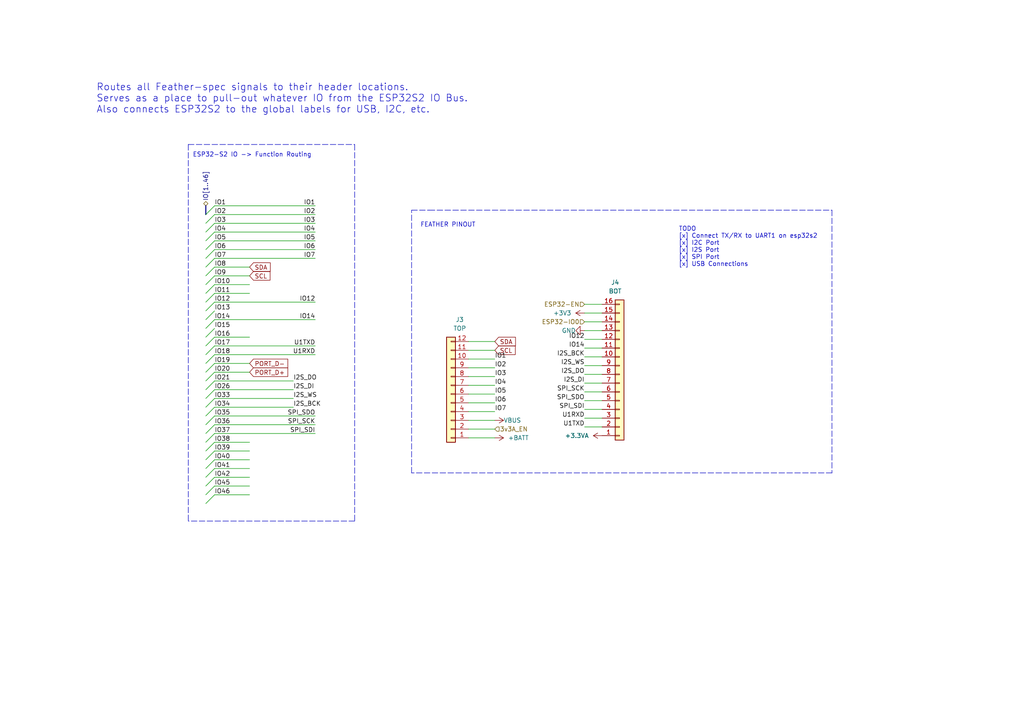
<source format=kicad_sch>
(kicad_sch (version 20210406) (generator eeschema)
  (paper "A4")
  (lib_symbols
    (symbol "Connector_Generic:Conn_01x12" (pin_names (offset 1.016) hide)
      (property "Reference" "J" (at 0 15.24 0))
      (property "Value" "Conn_01x12" (at 0 -17.78 0))
      (symbol "Conn_01x12_1_1"
        (rectangle (start -1.27 -15.113) (end 0 -15.367) (stroke (width 0.1524)))
        (rectangle (start -1.27 -12.573) (end 0 -12.827) (stroke (width 0.1524)))
        (rectangle (start -1.27 -10.033) (end 0 -10.287) (stroke (width 0.1524)))
        (rectangle (start -1.27 -7.493) (end 0 -7.747) (stroke (width 0.1524)))
        (rectangle (start -1.27 -4.953) (end 0 -5.207) (stroke (width 0.1524)))
        (rectangle (start -1.27 -2.413) (end 0 -2.667) (stroke (width 0.1524)))
        (rectangle (start -1.27 0.127) (end 0 -0.127) (stroke (width 0.1524)))
        (rectangle (start -1.27 2.667) (end 0 2.413) (stroke (width 0.1524)))
        (rectangle (start -1.27 5.207) (end 0 4.953) (stroke (width 0.1524)))
        (rectangle (start -1.27 7.747) (end 0 7.493) (stroke (width 0.1524)))
        (rectangle (start -1.27 10.287) (end 0 10.033) (stroke (width 0.1524)))
        (rectangle (start -1.27 12.827) (end 0 12.573) (stroke (width 0.1524)))
        (rectangle (start -1.27 13.97) (end 1.27 -16.51) (stroke (width 0.254)) (fill (type background)))
        (pin passive line (at -5.08 12.7 0) (length 3.81) (name "Pin_1") (number "1"))
        (pin passive line (at -5.08 -10.16 0) (length 3.81) (name "Pin_10") (number "10"))
        (pin passive line (at -5.08 -12.7 0) (length 3.81) (name "Pin_11") (number "11"))
        (pin passive line (at -5.08 -15.24 0) (length 3.81) (name "Pin_12") (number "12"))
        (pin passive line (at -5.08 10.16 0) (length 3.81) (name "Pin_2") (number "2"))
        (pin passive line (at -5.08 7.62 0) (length 3.81) (name "Pin_3") (number "3"))
        (pin passive line (at -5.08 5.08 0) (length 3.81) (name "Pin_4") (number "4"))
        (pin passive line (at -5.08 2.54 0) (length 3.81) (name "Pin_5") (number "5"))
        (pin passive line (at -5.08 0 0) (length 3.81) (name "Pin_6") (number "6"))
        (pin passive line (at -5.08 -2.54 0) (length 3.81) (name "Pin_7") (number "7"))
        (pin passive line (at -5.08 -5.08 0) (length 3.81) (name "Pin_8") (number "8"))
        (pin passive line (at -5.08 -7.62 0) (length 3.81) (name "Pin_9") (number "9"))
      )
    )
    (symbol "Connector_Generic:Conn_01x16" (pin_names (offset 1.016) hide)
      (property "Reference" "J" (at 0 20.32 0))
      (property "Value" "Conn_01x16" (at 0 -22.86 0))
      (symbol "Conn_01x16_1_1"
        (rectangle (start -1.27 -20.193) (end 0 -20.447) (stroke (width 0.1524)))
        (rectangle (start -1.27 -17.653) (end 0 -17.907) (stroke (width 0.1524)))
        (rectangle (start -1.27 -15.113) (end 0 -15.367) (stroke (width 0.1524)))
        (rectangle (start -1.27 -12.573) (end 0 -12.827) (stroke (width 0.1524)))
        (rectangle (start -1.27 -10.033) (end 0 -10.287) (stroke (width 0.1524)))
        (rectangle (start -1.27 -7.493) (end 0 -7.747) (stroke (width 0.1524)))
        (rectangle (start -1.27 -4.953) (end 0 -5.207) (stroke (width 0.1524)))
        (rectangle (start -1.27 -2.413) (end 0 -2.667) (stroke (width 0.1524)))
        (rectangle (start -1.27 0.127) (end 0 -0.127) (stroke (width 0.1524)))
        (rectangle (start -1.27 2.667) (end 0 2.413) (stroke (width 0.1524)))
        (rectangle (start -1.27 5.207) (end 0 4.953) (stroke (width 0.1524)))
        (rectangle (start -1.27 7.747) (end 0 7.493) (stroke (width 0.1524)))
        (rectangle (start -1.27 10.287) (end 0 10.033) (stroke (width 0.1524)))
        (rectangle (start -1.27 12.827) (end 0 12.573) (stroke (width 0.1524)))
        (rectangle (start -1.27 15.367) (end 0 15.113) (stroke (width 0.1524)))
        (rectangle (start -1.27 17.907) (end 0 17.653) (stroke (width 0.1524)))
        (rectangle (start -1.27 19.05) (end 1.27 -21.59) (stroke (width 0.254)) (fill (type background)))
        (pin passive line (at -5.08 17.78 0) (length 3.81) (name "Pin_1") (number "1"))
        (pin passive line (at -5.08 -5.08 0) (length 3.81) (name "Pin_10") (number "10"))
        (pin passive line (at -5.08 -7.62 0) (length 3.81) (name "Pin_11") (number "11"))
        (pin passive line (at -5.08 -10.16 0) (length 3.81) (name "Pin_12") (number "12"))
        (pin passive line (at -5.08 -12.7 0) (length 3.81) (name "Pin_13") (number "13"))
        (pin passive line (at -5.08 -15.24 0) (length 3.81) (name "Pin_14") (number "14"))
        (pin passive line (at -5.08 -17.78 0) (length 3.81) (name "Pin_15") (number "15"))
        (pin passive line (at -5.08 -20.32 0) (length 3.81) (name "Pin_16") (number "16"))
        (pin passive line (at -5.08 15.24 0) (length 3.81) (name "Pin_2") (number "2"))
        (pin passive line (at -5.08 12.7 0) (length 3.81) (name "Pin_3") (number "3"))
        (pin passive line (at -5.08 10.16 0) (length 3.81) (name "Pin_4") (number "4"))
        (pin passive line (at -5.08 7.62 0) (length 3.81) (name "Pin_5") (number "5"))
        (pin passive line (at -5.08 5.08 0) (length 3.81) (name "Pin_6") (number "6"))
        (pin passive line (at -5.08 2.54 0) (length 3.81) (name "Pin_7") (number "7"))
        (pin passive line (at -5.08 0 0) (length 3.81) (name "Pin_8") (number "8"))
        (pin passive line (at -5.08 -2.54 0) (length 3.81) (name "Pin_9") (number "9"))
      )
    )
    (symbol "power:+3.3VA" (power) (pin_names (offset 0))
      (property "Value" "+3.3VA" (at 0 3.556 0))
      (symbol "+3.3VA_0_1"
        (polyline (pts (xy -0.762 1.27) (xy 0 2.54)))
        (polyline (pts (xy 0 0) (xy 0 2.54)))
        (polyline (pts (xy 0 2.54) (xy 0.762 1.27)))
      )
      (symbol "+3.3VA_1_1"
        (pin power_in line (at 0 0 90) (length 0) hide (name "+3.3VA") (number "1"))
      )
    )
    (symbol "power:+3V3" (power) (pin_names (offset 0))
      (property "Value" "+3V3" (at 0 3.556 0))
      (symbol "+3V3_0_1"
        (polyline (pts (xy -0.762 1.27) (xy 0 2.54)))
        (polyline (pts (xy 0 0) (xy 0 2.54)))
        (polyline (pts (xy 0 2.54) (xy 0.762 1.27)))
      )
      (symbol "+3V3_1_1"
        (pin power_in line (at 0 0 90) (length 0) hide (name "+3V3") (number "1"))
      )
    )
    (symbol "power:+BATT" (power) (pin_names (offset 0))
      (property "Value" "+BATT" (at 0 3.556 0))
      (symbol "+BATT_0_1"
        (polyline (pts (xy -0.762 1.27) (xy 0 2.54)))
        (polyline (pts (xy 0 0) (xy 0 2.54)))
        (polyline (pts (xy 0 2.54) (xy 0.762 1.27)))
      )
      (symbol "+BATT_1_1"
        (pin power_in line (at 0 0 90) (length 0) hide (name "+BATT") (number "1"))
      )
    )
    (symbol "power:GND" (power) (pin_names (offset 0))
      (property "Value" "GND" (at 0 -3.81 0))
      (symbol "GND_0_1"
        (polyline (pts (xy 0 0) (xy 0 -1.27) (xy 1.27 -1.27) (xy 0 -2.54) (xy -1.27 -1.27) (xy 0 -1.27)))
      )
      (symbol "GND_1_1"
        (pin power_in line (at 0 0 270) (length 0) hide (name "GND") (number "1"))
      )
    )
    (symbol "power:VBUS" (power) (pin_names (offset 0))
      (property "Value" "VBUS" (at 0 3.81 0))
      (symbol "VBUS_0_1"
        (polyline (pts (xy -0.762 1.27) (xy 0 2.54)))
        (polyline (pts (xy 0 0) (xy 0 2.54)))
        (polyline (pts (xy 0 2.54) (xy 0.762 1.27)))
      )
      (symbol "VBUS_1_1"
        (pin power_in line (at 0 0 90) (length 0) hide (name "VBUS") (number "1"))
      )
    )
  )
  (bus_entry (at 59.69 64.77) (size 2.54 -2.54) (stroke (width 0.1524)))
  (bus_entry (at 59.69 67.31) (size 2.54 -2.54) (stroke (width 0.1524)))
  (bus_entry (at 59.69 69.85) (size 2.54 -2.54) (stroke (width 0.1524)))
  (bus_entry (at 59.69 72.39) (size 2.54 -2.54) (stroke (width 0.1524)))
  (bus_entry (at 59.69 74.93) (size 2.54 -2.54) (stroke (width 0.1524)))
  (bus_entry (at 59.69 77.47) (size 2.54 -2.54) (stroke (width 0.1524)))
  (bus_entry (at 59.69 80.01) (size 2.54 -2.54) (stroke (width 0.1524)))
  (bus_entry (at 59.69 82.55) (size 2.54 -2.54) (stroke (width 0.1524)))
  (bus_entry (at 59.69 85.09) (size 2.54 -2.54) (stroke (width 0.1524)))
  (bus_entry (at 59.69 87.63) (size 2.54 -2.54) (stroke (width 0.1524)))
  (bus_entry (at 59.69 90.17) (size 2.54 -2.54) (stroke (width 0.1524)))
  (bus_entry (at 59.69 92.71) (size 2.54 -2.54) (stroke (width 0.1524)))
  (bus_entry (at 59.69 95.25) (size 2.54 -2.54) (stroke (width 0.1524)))
  (bus_entry (at 59.69 97.79) (size 2.54 -2.54) (stroke (width 0.1524)))
  (bus_entry (at 59.69 100.33) (size 2.54 -2.54) (stroke (width 0.1524)))
  (bus_entry (at 59.69 102.87) (size 2.54 -2.54) (stroke (width 0.1524)))
  (bus_entry (at 59.69 105.41) (size 2.54 -2.54) (stroke (width 0.1524)))
  (bus_entry (at 59.69 107.95) (size 2.54 -2.54) (stroke (width 0.1524)))
  (bus_entry (at 59.69 110.49) (size 2.54 -2.54) (stroke (width 0.1524)))
  (bus_entry (at 59.69 113.03) (size 2.54 -2.54) (stroke (width 0.1524)))
  (bus_entry (at 59.69 115.57) (size 2.54 -2.54) (stroke (width 0.1524)))
  (bus_entry (at 59.69 118.11) (size 2.54 -2.54) (stroke (width 0.1524)))
  (bus_entry (at 59.69 120.65) (size 2.54 -2.54) (stroke (width 0.1524)))
  (bus_entry (at 59.69 123.19) (size 2.54 -2.54) (stroke (width 0.1524)))
  (bus_entry (at 59.69 125.73) (size 2.54 -2.54) (stroke (width 0.1524)))
  (bus_entry (at 59.69 128.27) (size 2.54 -2.54) (stroke (width 0.1524)))
  (bus_entry (at 59.69 130.81) (size 2.54 -2.54) (stroke (width 0.1524)))
  (bus_entry (at 59.69 133.35) (size 2.54 -2.54) (stroke (width 0.1524)))
  (bus_entry (at 59.69 135.89) (size 2.54 -2.54) (stroke (width 0.1524)))
  (bus_entry (at 59.69 138.43) (size 2.54 -2.54) (stroke (width 0.1524)))
  (bus_entry (at 59.69 140.97) (size 2.54 -2.54) (stroke (width 0.1524)))
  (bus_entry (at 59.69 143.51) (size 2.54 -2.54) (stroke (width 0.1524)))
  (bus_entry (at 59.69 146.05) (size 2.54 -2.54) (stroke (width 0.1524)))
  (bus_entry (at 62.23 59.69) (size -2.54 2.54) (stroke (width 0.1524)))
  (wire (pts (xy 62.23 59.69) (xy 91.44 59.69)))
  (wire (pts (xy 62.23 62.23) (xy 91.44 62.23)))
  (wire (pts (xy 62.23 64.77) (xy 91.44 64.77)))
  (wire (pts (xy 62.23 67.31) (xy 91.44 67.31)))
  (wire (pts (xy 62.23 69.85) (xy 91.44 69.85)))
  (wire (pts (xy 62.23 72.39) (xy 91.44 72.39)))
  (wire (pts (xy 62.23 74.93) (xy 91.44 74.93)))
  (wire (pts (xy 62.23 77.47) (xy 72.39 77.47)))
  (wire (pts (xy 62.23 80.01) (xy 72.39 80.01)))
  (wire (pts (xy 62.23 82.55) (xy 72.39 82.55)))
  (wire (pts (xy 62.23 85.09) (xy 72.39 85.09)))
  (wire (pts (xy 62.23 87.63) (xy 91.44 87.63)))
  (wire (pts (xy 62.23 92.71) (xy 91.44 92.71)))
  (wire (pts (xy 62.23 97.79) (xy 72.39 97.79)))
  (wire (pts (xy 62.23 100.33) (xy 91.44 100.33)))
  (wire (pts (xy 62.23 102.87) (xy 91.44 102.87)))
  (wire (pts (xy 62.23 105.41) (xy 72.39 105.41)))
  (wire (pts (xy 62.23 107.95) (xy 72.39 107.95)))
  (wire (pts (xy 62.23 110.49) (xy 85.09 110.49)) (stroke (width 0.152)))
  (wire (pts (xy 62.23 113.03) (xy 85.09 113.03)))
  (wire (pts (xy 62.23 115.57) (xy 85.09 115.57)))
  (wire (pts (xy 62.23 118.11) (xy 85.09 118.11)))
  (wire (pts (xy 62.23 120.65) (xy 91.44 120.65)))
  (wire (pts (xy 62.23 123.19) (xy 91.44 123.19)))
  (wire (pts (xy 62.23 125.73) (xy 91.44 125.73)))
  (wire (pts (xy 62.23 128.27) (xy 72.39 128.27)))
  (wire (pts (xy 62.23 130.81) (xy 72.39 130.81)))
  (wire (pts (xy 62.23 133.35) (xy 72.39 133.35)))
  (wire (pts (xy 62.23 135.89) (xy 72.39 135.89)))
  (wire (pts (xy 62.23 138.43) (xy 72.39 138.43)))
  (wire (pts (xy 62.23 140.97) (xy 72.39 140.97)))
  (wire (pts (xy 62.23 143.51) (xy 72.39 143.51)))
  (wire (pts (xy 135.89 99.06) (xy 143.51 99.06)))
  (wire (pts (xy 135.89 101.6) (xy 143.51 101.6)))
  (wire (pts (xy 135.89 104.14) (xy 143.51 104.14)))
  (wire (pts (xy 135.89 106.68) (xy 143.51 106.68)))
  (wire (pts (xy 135.89 109.22) (xy 143.51 109.22)))
  (wire (pts (xy 135.89 111.76) (xy 143.51 111.76)))
  (wire (pts (xy 135.89 114.3) (xy 143.51 114.3)))
  (wire (pts (xy 135.89 116.84) (xy 143.51 116.84)))
  (wire (pts (xy 135.89 119.38) (xy 143.51 119.38)))
  (wire (pts (xy 135.89 124.46) (xy 143.51 124.46)))
  (wire (pts (xy 143.51 121.92) (xy 135.89 121.92)))
  (wire (pts (xy 143.51 127) (xy 135.89 127)))
  (wire (pts (xy 169.545 88.265) (xy 174.625 88.265)))
  (wire (pts (xy 169.545 90.805) (xy 174.625 90.805)))
  (wire (pts (xy 169.545 93.345) (xy 174.625 93.345)))
  (wire (pts (xy 169.545 95.885) (xy 174.625 95.885)))
  (wire (pts (xy 169.545 98.425) (xy 174.625 98.425)))
  (wire (pts (xy 169.545 100.965) (xy 174.625 100.965)))
  (wire (pts (xy 169.545 103.505) (xy 174.625 103.505)))
  (wire (pts (xy 169.545 106.045) (xy 174.625 106.045)))
  (wire (pts (xy 169.545 108.585) (xy 174.625 108.585)))
  (wire (pts (xy 169.545 111.125) (xy 174.625 111.125)))
  (wire (pts (xy 169.545 113.665) (xy 174.625 113.665)))
  (wire (pts (xy 169.545 116.205) (xy 174.625 116.205)))
  (wire (pts (xy 169.545 118.745) (xy 174.625 118.745)))
  (wire (pts (xy 169.545 121.285) (xy 174.625 121.285)))
  (wire (pts (xy 169.545 123.825) (xy 174.625 123.825)))
  (bus (pts (xy 59.69 59.69) (xy 59.69 146.05)))
  (polyline (pts (xy 54.61 41.91) (xy 54.61 151.13)) (stroke (width 0) (type dash)))
  (polyline (pts (xy 54.61 41.91) (xy 102.87 41.91)) (stroke (width 0) (type dash)))
  (polyline (pts (xy 102.87 41.91) (xy 102.87 151.13)) (stroke (width 0) (type dash)))
  (polyline (pts (xy 102.87 151.13) (xy 54.61 151.13)) (stroke (width 0) (type dash)))
  (polyline (pts (xy 119.38 60.96) (xy 124.46 60.96)) (stroke (width 0) (type dash)))
  (polyline (pts (xy 119.38 137.16) (xy 119.38 60.96)) (stroke (width 0) (type dash)))
  (polyline (pts (xy 124.46 60.96) (xy 241.3 60.96)) (stroke (width 0) (type dash)))
  (polyline (pts (xy 241.3 60.96) (xy 241.3 137.16)) (stroke (width 0) (type dash)))
  (polyline (pts (xy 241.3 137.16) (xy 119.38 137.16)) (stroke (width 0) (type dash)))
  (text "Routes all Feather-spec signals to their header locations.\nServes as a place to pull-out whatever IO from the ESP32S2 IO Bus.\nAlso connects ESP32S2 to the global labels for USB, I2C, etc." (at 27.94 33.02 0) (effects (font (size 2 2)) (justify left bottom)))
  (text "ESP32-S2 IO -> Function Routing\n" (at 55.88 45.72 0) (effects (font (size 1.27 1.27)) (justify left bottom)))
  (text "FEATHER PINOUT" (at 121.92 66.04 0) (effects (font (size 1.27 1.27)) (justify left bottom)))
  (text "TODO\n[x] Connect TX/RX to UART1 on esp32s2\n[x] I2C Port\n[x] I2S Port\n[x] SPI Port\n[x] USB Connections" (at 196.85 77.47 0) (effects (font (size 1.27 1.27)) (justify left bottom)))
  (label "IO1" (at 62.23 59.69 0))
  (label "IO2" (at 62.23 62.23 0))
  (label "IO3" (at 62.23 64.77 0))
  (label "IO4" (at 62.23 67.31 0))
  (label "IO5" (at 62.23 69.85 0))
  (label "IO6" (at 62.23 72.39 0))
  (label "IO7" (at 62.23 74.93 0))
  (label "IO8" (at 62.23 77.47 0))
  (label "IO9" (at 62.23 80.01 0))
  (label "IO10" (at 62.23 82.55 0))
  (label "IO11" (at 62.23 85.09 0))
  (label "IO12" (at 62.23 87.63 0))
  (label "IO13" (at 62.23 90.17 0))
  (label "IO14" (at 62.23 92.71 0))
  (label "IO15" (at 62.23 95.25 0))
  (label "IO16" (at 62.23 97.79 0))
  (label "IO17" (at 62.23 100.33 0))
  (label "IO18" (at 62.23 102.87 0))
  (label "IO19" (at 62.23 105.41 0))
  (label "IO20" (at 62.23 107.95 0))
  (label "IO21" (at 62.23 110.49 0))
  (label "IO26" (at 62.23 113.03 0))
  (label "IO33" (at 62.23 115.57 0))
  (label "IO34" (at 62.23 118.11 0))
  (label "IO35" (at 62.23 120.65 0))
  (label "IO36" (at 62.23 123.19 0))
  (label "IO37" (at 62.23 125.73 0))
  (label "IO38" (at 62.23 128.27 0))
  (label "IO39" (at 62.23 130.81 0))
  (label "IO40" (at 62.23 133.35 0))
  (label "IO41" (at 62.23 135.89 0))
  (label "IO42" (at 62.23 138.43 0))
  (label "IO45" (at 62.23 140.97 0))
  (label "IO46" (at 62.23 143.51 0))
  (label "I2S_DO" (at 85.09 110.49 0))
  (label "I2S_DI" (at 85.09 113.03 0))
  (label "I2S_WS" (at 85.09 115.57 0))
  (label "I2S_BCK" (at 85.09 118.11 0))
  (label "IO1" (at 91.44 59.69 180))
  (label "IO2" (at 91.44 62.23 180))
  (label "IO3" (at 91.44 64.77 180))
  (label "IO4" (at 91.44 67.31 180))
  (label "IO5" (at 91.44 69.85 180))
  (label "IO6" (at 91.44 72.39 180))
  (label "IO7" (at 91.44 74.93 180))
  (label "IO12" (at 91.44 87.63 180))
  (label "IO14" (at 91.44 92.71 180))
  (label "U1TXD" (at 91.44 100.33 180))
  (label "U1RXD" (at 91.44 102.87 180))
  (label "SPI_SDO" (at 91.44 120.65 180))
  (label "SPI_SCK" (at 91.44 123.19 180))
  (label "SPI_SDI" (at 91.44 125.73 180))
  (label "IO1" (at 143.51 104.14 0))
  (label "IO2" (at 143.51 106.68 0))
  (label "IO3" (at 143.51 109.22 0))
  (label "IO4" (at 143.51 111.76 0))
  (label "IO5" (at 143.51 114.3 0))
  (label "IO6" (at 143.51 116.84 0))
  (label "IO7" (at 143.51 119.38 0))
  (label "IO12" (at 169.545 98.425 180))
  (label "IO14" (at 169.545 100.965 180))
  (label "I2S_BCK" (at 169.545 103.505 180))
  (label "I2S_WS" (at 169.545 106.045 180))
  (label "I2S_DO" (at 169.545 108.585 180))
  (label "I2S_DI" (at 169.545 111.125 180))
  (label "SPI_SCK" (at 169.545 113.665 180))
  (label "SPI_SDO" (at 169.545 116.205 180))
  (label "SPI_SDI" (at 169.545 118.745 180))
  (label "U1RXD" (at 169.545 121.285 180))
  (label "U1TXD" (at 169.545 123.825 180))
  (global_label "SDA" (shape input) (at 72.39 77.47 0) (property "Intersheet References" "${INTERSHEET_REFS}" (effects hide)))
  (global_label "SCL" (shape input) (at 72.39 80.01 0) (property "Intersheet References" "${INTERSHEET_REFS}" (effects hide)))
  (global_label "PORT_D-" (shape input) (at 72.39 105.41 0) (property "Intersheet References" "${INTERSHEET_REFS}" (effects hide)))
  (global_label "PORT_D+" (shape input) (at 72.39 107.95 0) (property "Intersheet References" "${INTERSHEET_REFS}" (effects hide)))
  (global_label "SDA" (shape input) (at 143.51 99.06 0) (property "Intersheet References" "${INTERSHEET_REFS}" (effects hide)))
  (global_label "SCL" (shape input) (at 143.51 101.6 0) (property "Intersheet References" "${INTERSHEET_REFS}" (effects hide)))
  (hierarchical_label "IO[1..46]" (shape bidirectional) (at 59.69 59.69 90))
  (hierarchical_label "3v3A_EN" (shape input) (at 143.51 124.46 0))
  (hierarchical_label "ESP32-EN" (shape input) (at 169.545 88.265 180))
  (hierarchical_label "ESP32-IO0" (shape input) (at 169.545 93.345 180))
  (symbol (lib_id "power:VBUS") (at 143.51 121.92 270) (unit 1)
    (property "Reference" "#PWR0151" (effects hide))
    (property "Value" "VBUS" (at 146.05 121.92 90) (effects (justify left)))
  )
  (symbol (lib_id "power:+BATT") (at 143.51 127 270) (unit 1)
    (property "Reference" "#PWR0150" (effects hide))
    (property "Value" "+BATT" (at 147.32 127 90) (effects (justify left)))
  )
  (symbol (lib_id "power:+3V3") (at 169.545 90.805 90) (unit 1)
    (property "Reference" "#PWR0154" (effects hide))
    (property "Value" "+3V3" (at 165.735 90.805 90) (effects (justify left)))
  )
  (symbol (lib_id "power:+3.3VA") (at 174.625 126.365 90) (unit 1)
    (property "Reference" "#PWR0152" (effects hide))
    (property "Value" "+3.3VA" (at 170.815 126.365 90) (effects (justify left)))
  )
  (symbol (lib_id "power:GND") (at 169.545 95.885 270) (unit 1)
    (property "Reference" "#PWR0153" (effects hide))
    (property "Value" "GND" (at 167.005 95.885 90) (effects (justify right)))
  )
  (symbol (lib_id "Connector_Generic:Conn_01x12") (at 130.81 114.3 180) (unit 1)
    (property "Reference" "J3" (at 133.35 92.71 0))
    (property "Value" "TOP" (at 133.35 95.25 0))
    (property "Footprint" "Footprints:RoundPinHeader_1x12" (effects hide))
  )
  (symbol (lib_id "Connector_Generic:Conn_01x16") (at 179.705 108.585 0) (mirror x) (unit 1)
    (property "Reference" "J4" (at 178.435 81.915 0))
    (property "Value" "BOT" (at 178.435 84.455 0))
    (property "Footprint" "Footprints:RoundPinHeader_1x16" (effects hide))
  )
)
</source>
